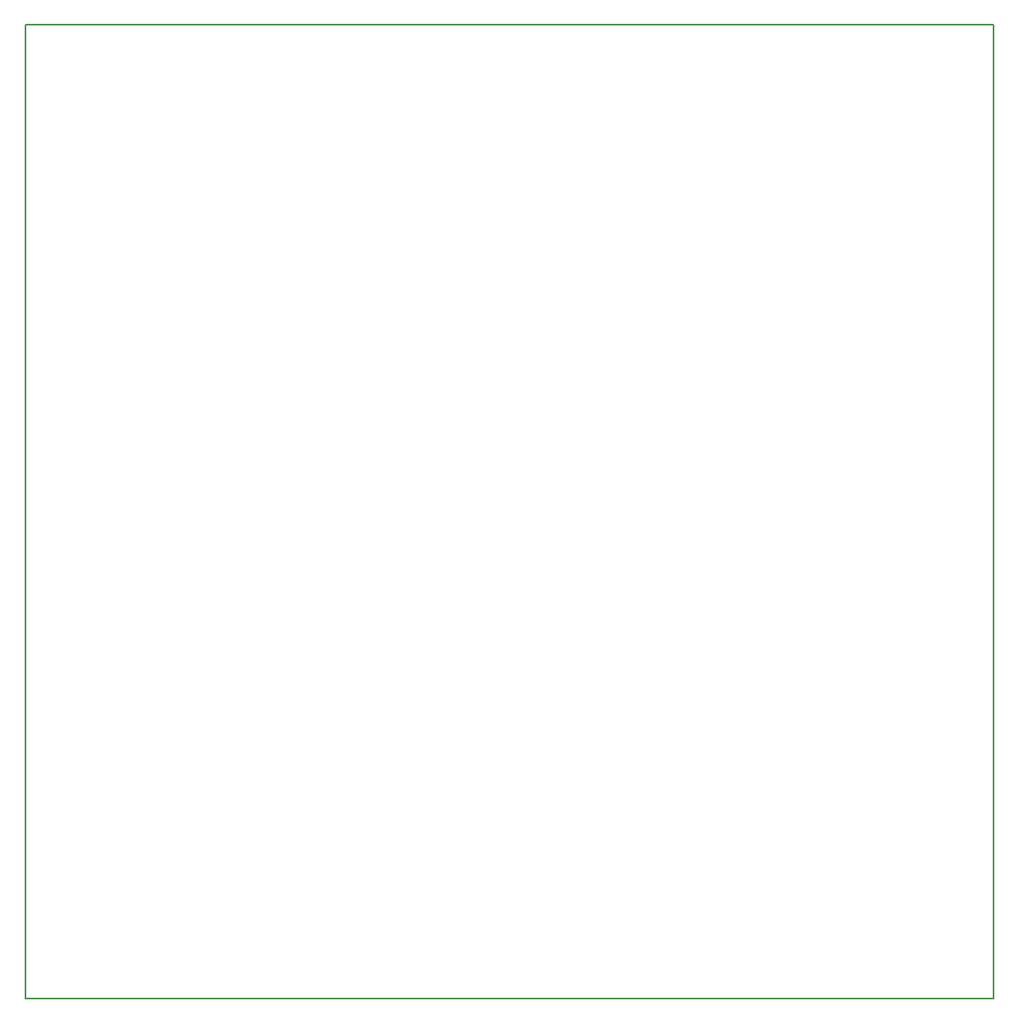
<source format=gbr>
%TF.GenerationSoftware,KiCad,Pcbnew,(6.0.0-0)*%
%TF.CreationDate,2022-02-14T20:56:18-05:00*%
%TF.ProjectId,RAM-MODULE,52414d2d-4d4f-4445-954c-452e6b696361,rev?*%
%TF.SameCoordinates,Original*%
%TF.FileFunction,Profile,NP*%
%FSLAX46Y46*%
G04 Gerber Fmt 4.6, Leading zero omitted, Abs format (unit mm)*
G04 Created by KiCad (PCBNEW (6.0.0-0)) date 2022-02-14 20:56:18*
%MOMM*%
%LPD*%
G01*
G04 APERTURE LIST*
%TA.AperFunction,Profile*%
%ADD10C,0.200000*%
%TD*%
G04 APERTURE END LIST*
D10*
X74297330Y-42348818D02*
X174097330Y-42348818D01*
X174097330Y-42348818D02*
X174097330Y-142648818D01*
X174097330Y-142648818D02*
X74297330Y-142648818D01*
X74297330Y-142648818D02*
X74297330Y-42348818D01*
M02*

</source>
